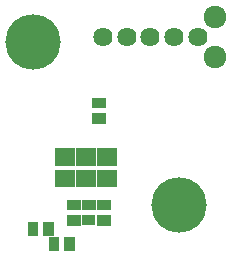
<source format=gbr>
G04 start of page 7 for group -4062 idx -4062 *
G04 Title: encoder, soldermask *
G04 Creator: pcb 20140316 *
G04 CreationDate: Mon 25 Sep 2017 03:55:45 AM GMT UTC *
G04 For: brian *
G04 Format: Gerber/RS-274X *
G04 PCB-Dimensions (mil): 1250.00 1300.00 *
G04 PCB-Coordinate-Origin: lower left *
%MOIN*%
%FSLAX25Y25*%
%LNBOTTOMMASK*%
%ADD53R,0.0334X0.0334*%
%ADD52R,0.0572X0.0572*%
%ADD51R,0.0355X0.0355*%
%ADD50C,0.1850*%
%ADD49C,0.0757*%
%ADD48C,0.0640*%
G54D48*X73252Y107500D03*
X81126D03*
X89000D03*
X96874D03*
X104748D03*
G54D49*X110654Y114193D03*
G54D50*X50000Y106000D03*
G54D49*X110654Y100807D03*
G54D50*X98500Y51500D03*
G54D51*X71508Y85559D02*X72492D01*
X71508Y80441D02*X72492D01*
X73008Y51559D02*X73992D01*
G54D52*X74107Y60457D02*X74893D01*
G54D51*X63008Y51559D02*X63992D01*
X68008D02*X68992D01*
X73008Y46441D02*X73992D01*
X63008D02*X63992D01*
G54D53*X68008D02*X68992D01*
G54D52*X74107Y67543D02*X74893D01*
X67107Y60457D02*X67893D01*
X67107Y67543D02*X67893D01*
X60107Y60457D02*X60893D01*
X60107Y67543D02*X60893D01*
G54D51*X55059Y43992D02*Y43008D01*
X49941Y43992D02*Y43008D01*
X62059Y38992D02*Y38008D01*
X56941Y38992D02*Y38008D01*
M02*

</source>
